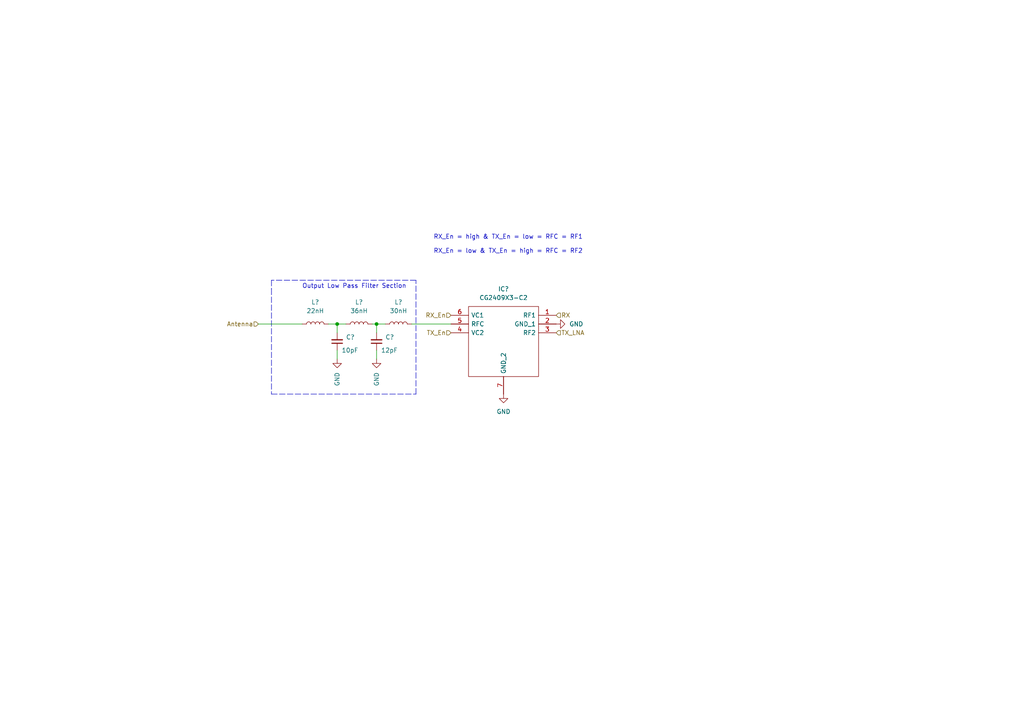
<source format=kicad_sch>
(kicad_sch (version 20211123) (generator eeschema)
  (paper "A4")
  (lib_symbols
    (symbol "CG2409X3-C2:CG2409X3-C2" (pin_names (offset 0.762))
      (property "Reference" "IC" (at 26.67 7.62 0))
      (property "Value" "CG2409X3-C2" (at 26.67 5.08 0))
      (symbol "CG2409X3-C2_0_0"
        (pin passive line (at 0 0 0) (length 5.08) (name "RF1") (number "1"))
        (pin passive line (at 0 -2.54 0) (length 5.08) (name "GND_1") (number "2"))
        (pin passive line (at 0 -5.08 0) (length 5.08) (name "RF2") (number "3"))
        (pin passive line (at 30.48 -5.08 180) (length 5.08) (name "VC2") (number "4"))
        (pin passive line (at 30.48 -2.54 180) (length 5.08) (name "RFC") (number "5"))
        (pin passive line (at 30.48 0 180) (length 5.08) (name "VC1") (number "6"))
        (pin passive line (at 15.24 -22.86 90) (length 5.08) (name "GND_2") (number "7"))
      )
      (symbol "CG2409X3-C2_0_1"
        (polyline (pts (xy 5.08 2.54) (xy 25.4 2.54) (xy 25.4 -17.78) (xy 5.08 -17.78) (xy 5.08 2.54)) (stroke (width 0.1524)))
      )
    )
    (symbol "Device:C_Small" (pin_numbers hide) (pin_names (offset 0.254) hide)
      (property "Reference" "C" (at 0.254 1.778 0))
      (property "Value" "C_Small" (at 0.254 -2.032 0))
      (symbol "C_Small_0_1"
        (polyline (pts (xy -1.524 -0.508) (xy 1.524 -0.508)) (stroke (width 0.3302)))
        (polyline (pts (xy -1.524 0.508) (xy 1.524 0.508)) (stroke (width 0.3048)))
      )
      (symbol "C_Small_1_1"
        (pin passive line (at 0 2.54 270) (length 2.032) (name "~") (number "1"))
        (pin passive line (at 0 -2.54 90) (length 2.032) (name "~") (number "2"))
      )
    )
    (symbol "Device:L" (pin_numbers hide) (pin_names (offset 1.016) hide)
      (property "Reference" "L" (at -1.27 0 90))
      (property "Value" "L" (at 1.905 0 90))
      (symbol "L_0_1"
        (arc (start 0 -2.54) (mid 0.635 -1.905) (end 0 -1.27))
        (arc (start 0 -1.27) (mid 0.635 -0.635) (end 0 0))
        (arc (start 0 0) (mid 0.635 0.635) (end 0 1.27))
        (arc (start 0 1.27) (mid 0.635 1.905) (end 0 2.54))
      )
      (symbol "L_1_1"
        (pin passive line (at 0 3.81 270) (length 1.27) (name "1") (number "1"))
        (pin passive line (at 0 -3.81 90) (length 1.27) (name "2") (number "2"))
      )
    )
    (symbol "power:GND" (power) (pin_names (offset 0))
      (property "Value" "GND" (at 0 -3.81 0))
      (symbol "GND_0_1"
        (polyline (pts (xy 0 0) (xy 0 -1.27) (xy 1.27 -1.27) (xy 0 -2.54) (xy -1.27 -1.27) (xy 0 -1.27)))
      )
      (symbol "GND_1_1"
        (pin power_in line (at 0 0 270) (length 0) hide (name "GND") (number "1"))
      )
    )
  )
  (junction (at 109.22 93.98))
  (junction (at 97.79 93.98))
  (wire (pts (xy 95.25 93.98) (xy 97.79 93.98)))
  (wire (pts (xy 109.22 93.98) (xy 111.76 93.98)))
  (wire (pts (xy 97.79 93.98) (xy 97.79 96.52)))
  (polyline (pts (xy 120.65 81.28) (xy 78.74 81.28)))
  (wire (pts (xy 107.95 93.98) (xy 109.22 93.98)))
  (wire (pts (xy 97.79 101.6) (xy 97.79 104.14)))
  (wire (pts (xy 109.22 101.6) (xy 109.22 104.14)))
  (polyline (pts (xy 78.74 114.3) (xy 120.65 114.3)))
  (polyline (pts (xy 78.74 81.28) (xy 78.74 83.82)))
  (polyline (pts (xy 120.65 114.3) (xy 120.65 81.28)))
  (wire (pts (xy 97.79 93.98) (xy 100.33 93.98)))
  (wire (pts (xy 119.38 93.98) (xy 130.81 93.98)))
  (wire (pts (xy 109.22 93.98) (xy 109.22 96.52)))
  (polyline (pts (xy 78.74 83.82) (xy 78.74 114.3)))
  (wire (pts (xy 74.93 93.98) (xy 87.63 93.98)))
  (text "RX_En = high & TX_En = low = RFC = RF1\n\nRX_En = low & TX_En = high = RFC = RF2" (at 125.73 73.66 0) (effects (font (size 1.27 1.27)) (justify left bottom)))
  (text "Output Low Pass Filter Section" (at 87.63 83.82 0) (effects (font (size 1.27 1.27)) (justify left bottom)))
  (hierarchical_label "RX_En" (shape input) (at 130.81 91.44 180))
  (hierarchical_label "TX_En" (shape input) (at 130.81 96.52 180))
  (hierarchical_label "Antenna" (shape input) (at 74.93 93.98 180))
  (hierarchical_label "RX" (shape input) (at 161.29 91.44 0))
  (hierarchical_label "TX_LNA" (shape input) (at 161.29 96.52 0))
  (symbol (lib_id "Device:L") (at 115.57 93.98 90) (unit 1)
    (property "Reference" "L?" (at 115.57 87.63 90))
    (property "Value" "30nH" (at 115.57 90.17 90))
  )
  (symbol (lib_id "Device:L") (at 91.44 93.98 90) (unit 1)
    (property "Reference" "L?" (at 91.44 87.63 90))
    (property "Value" "22nH" (at 91.44 90.17 90))
  )
  (symbol (lib_id "power:GND") (at 161.29 93.98 90) (mirror x) (unit 1)
    (property "Reference" "#PWR?" (effects hide))
    (property "Value" "GND" (at 165.1 93.9799 90) (effects (justify right)))
  )
  (symbol (lib_id "Device:C_Small") (at 109.22 99.06 180) (unit 1)
    (property "Reference" "C?" (at 111.76 97.7835 0) (effects (justify right)))
    (property "Value" "12pF" (at 110.49 101.6 0) (effects (justify right)))
  )
  (symbol (lib_id "power:GND") (at 146.05 114.3 0) (unit 1)
    (property "Reference" "#PWR?" (effects hide))
    (property "Value" "GND" (at 146.05 119.38 0))
  )
  (symbol (lib_id "Device:L") (at 104.14 93.98 90) (unit 1)
    (property "Reference" "L?" (at 104.14 87.63 90))
    (property "Value" "36nH" (at 104.14 90.17 90))
  )
  (symbol (lib_id "power:GND") (at 97.79 104.14 0) (mirror y) (unit 1)
    (property "Reference" "#PWR?" (effects hide))
    (property "Value" "GND" (at 97.7901 107.95 90) (effects (justify right)))
  )
  (symbol (lib_id "CG2409X3-C2:CG2409X3-C2") (at 161.29 91.44 0) (mirror y) (unit 1)
    (property "Reference" "IC?" (at 146.05 83.82 0))
    (property "Value" "CG2409X3-C2" (at 146.05 86.36 0))
    (property "Footprint" "SON50P150X150X40-7N" (effects hide))
    (property "Datasheet" "http://www.cel.com/pdf/datasheets/CG2409X3.pdf" (effects hide))
    (property "Description" "RF Switch ICs 50-6000MHz SPDT 802.11a/b/g/n/ac" (effects hide))
    (property "Height" "0.4" (effects hide))
    (property "Manufacturer_Name" "CEL" (effects hide))
    (property "Manufacturer_Part_Number" "CG2409X3-C2" (effects hide))
    (property "Mouser Part Number" "551-CG2409X3-C2" (effects hide))
    (property "Mouser Price/Stock" "https://www.mouser.co.uk/ProductDetail/CEL/CG2409X3-C2?qs=u4fy%2FsgLU9O1HqirN1QCgQ%3D%3D" (effects hide))
    (property "Arrow Part Number" "CG2409X3-C2" (effects hide))
    (property "Arrow Price/Stock" "https://www.arrow.com/en/products/cg2409x3-c2/california-eastern-laboratories?region=nac" (effects hide))
  )
  (symbol (lib_id "Device:C_Small") (at 97.79 99.06 180) (unit 1)
    (property "Reference" "C?" (at 100.33 97.7835 0) (effects (justify right)))
    (property "Value" "10pF" (at 99.06 101.6 0) (effects (justify right)))
  )
  (symbol (lib_id "power:GND") (at 109.22 104.14 0) (mirror y) (unit 1)
    (property "Reference" "#PWR?" (effects hide))
    (property "Value" "GND" (at 109.2201 107.95 90) (effects (justify right)))
  )
)
</source>
